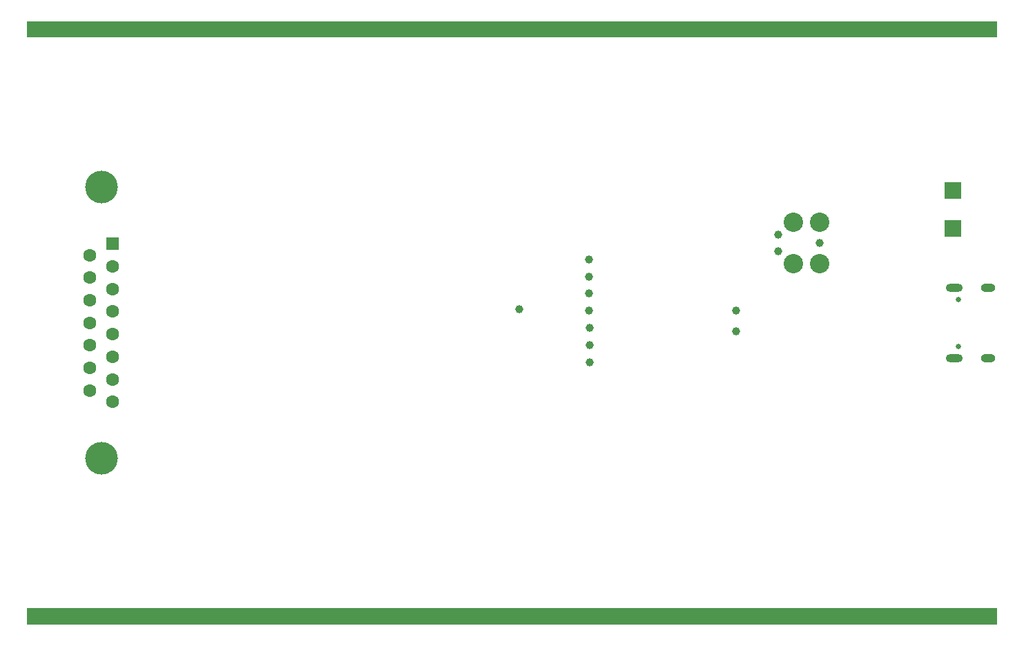
<source format=gbr>
%TF.GenerationSoftware,KiCad,Pcbnew,(7.0.0-0)*%
%TF.CreationDate,2023-03-23T21:01:42+01:00*%
%TF.ProjectId,SimpleECG_v0,53696d70-6c65-4454-9347-5f76302e6b69,rev?*%
%TF.SameCoordinates,Original*%
%TF.FileFunction,Soldermask,Bot*%
%TF.FilePolarity,Negative*%
%FSLAX46Y46*%
G04 Gerber Fmt 4.6, Leading zero omitted, Abs format (unit mm)*
G04 Created by KiCad (PCBNEW (7.0.0-0)) date 2023-03-23 21:01:42*
%MOMM*%
%LPD*%
G01*
G04 APERTURE LIST*
%ADD10C,2.374900*%
%ADD11C,0.990600*%
%ADD12C,4.000000*%
%ADD13R,1.600000X1.600000*%
%ADD14C,1.600000*%
%ADD15C,0.650000*%
%ADD16O,2.100000X1.000000*%
%ADD17O,1.800000X1.000000*%
%ADD18C,1.000000*%
%ADD19R,0.600000X1.500000*%
%ADD20R,2.000000X2.000000*%
G04 APERTURE END LIST*
D10*
%TO.C,TC1*%
X150490000Y-48740000D03*
D11*
X150490000Y-46200000D03*
D10*
X150490000Y-43660000D03*
X147315000Y-48740000D03*
X147315000Y-43660000D03*
D11*
X145410000Y-47216000D03*
X145410000Y-45184000D03*
%TD*%
D12*
%TO.C,J2*%
X62420000Y-39345000D03*
X62420000Y-72645000D03*
D13*
X63839999Y-46299999D03*
D14*
X63840000Y-49070000D03*
X63840000Y-51840000D03*
X63840000Y-54610000D03*
X63840000Y-57380000D03*
X63840000Y-60150000D03*
X63840000Y-62920000D03*
X63840000Y-65690000D03*
X61000000Y-47685000D03*
X61000000Y-50455000D03*
X61000000Y-53225000D03*
X61000000Y-55995000D03*
X61000000Y-58765000D03*
X61000000Y-61535000D03*
X61000000Y-64305000D03*
%TD*%
D15*
%TO.C,J1*%
X167500000Y-58890000D03*
X167500000Y-53110000D03*
D16*
X166999999Y-60319999D03*
D17*
X171179999Y-60319999D03*
D16*
X166999999Y-51679999D03*
D17*
X171179999Y-51679999D03*
%TD*%
D18*
%TO.C,TP4*%
X122200000Y-54500000D03*
%TD*%
D19*
%TO.C,SHLD4*%
X82199999Y-91899999D03*
X83799999Y-91899999D03*
%TD*%
D18*
%TO.C,TP7*%
X122200000Y-48200000D03*
%TD*%
D20*
%TO.C,TP8*%
X166849999Y-44399999D03*
%TD*%
D19*
%TO.C,SHLD4*%
X143799999Y-20061499D03*
X142199999Y-20061499D03*
%TD*%
D18*
%TO.C,TP3*%
X122200000Y-52400000D03*
%TD*%
D20*
%TO.C,TP9*%
X166849999Y-39799999D03*
%TD*%
D18*
%TO.C,TP10*%
X140300000Y-57000000D03*
%TD*%
D19*
%TO.C,SHLD4*%
X83799999Y-20061499D03*
X82199999Y-20061499D03*
%TD*%
D18*
%TO.C,TP5*%
X122300000Y-58700000D03*
%TD*%
%TO.C,TP2*%
X122200000Y-50300000D03*
%TD*%
%TO.C,TP11*%
X140300000Y-54500000D03*
%TD*%
D19*
%TO.C,SHLD4*%
X142199999Y-91938499D03*
X143799999Y-91938499D03*
%TD*%
%TO.C,SHLD4*%
X112199999Y-91938499D03*
X113799999Y-91938499D03*
%TD*%
D18*
%TO.C,TP12*%
X113700000Y-54300000D03*
%TD*%
%TO.C,TP1*%
X122300000Y-56600000D03*
%TD*%
%TO.C,TP6*%
X122300000Y-60800000D03*
%TD*%
D19*
%TO.C,SHLD4*%
X56099999Y-20061499D03*
X54499999Y-20061499D03*
%TD*%
%TO.C,SHLD4*%
X171299999Y-20061499D03*
X169699999Y-20061499D03*
%TD*%
%TO.C,SHLD4*%
X113799999Y-19999999D03*
X112199999Y-19999999D03*
%TD*%
%TO.C,SHLD4*%
X169699999Y-91938499D03*
X171299999Y-91938499D03*
%TD*%
%TO.C,SHLD4*%
X54499999Y-91938499D03*
X56099999Y-91938499D03*
%TD*%
G36*
X172250500Y-91013263D02*
G01*
X172286737Y-91049500D01*
X172300000Y-91099000D01*
X172300000Y-92901000D01*
X172286737Y-92950500D01*
X172250500Y-92986737D01*
X172201000Y-93000000D01*
X53399000Y-93000000D01*
X53349500Y-92986737D01*
X53313263Y-92950500D01*
X53300000Y-92901000D01*
X53300000Y-91099000D01*
X53313263Y-91049500D01*
X53349500Y-91013263D01*
X53399000Y-91000000D01*
X172201000Y-91000000D01*
X172250500Y-91013263D01*
G37*
G36*
X172250500Y-19013263D02*
G01*
X172286737Y-19049500D01*
X172300000Y-19099000D01*
X172300000Y-20901000D01*
X172286737Y-20950500D01*
X172250500Y-20986737D01*
X172201000Y-21000000D01*
X53399000Y-21000000D01*
X53349500Y-20986737D01*
X53313263Y-20950500D01*
X53300000Y-20901000D01*
X53300000Y-19099000D01*
X53313263Y-19049500D01*
X53349500Y-19013263D01*
X53399000Y-19000000D01*
X172201000Y-19000000D01*
X172250500Y-19013263D01*
G37*
M02*

</source>
